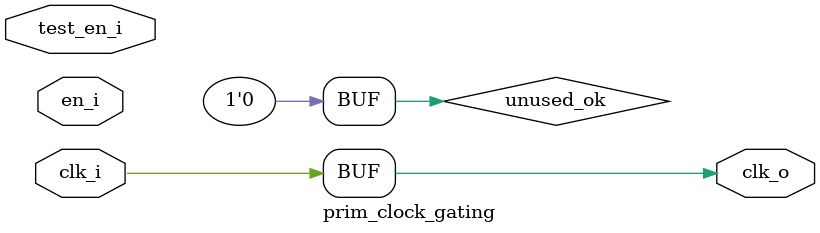
<source format=sv>

module prim_clock_gating (
  input         clk_i,
  input         en_i,
  input         test_en_i,
  output logic  clk_o
);

  // There is no clock gate buffer in the Lattice IO library so bypass
  assign clk_o = clk_i;

  wire unused_ok = &{1'b0,
                     en_i,
                     test_en_i,
                     1'b0};

endmodule

</source>
